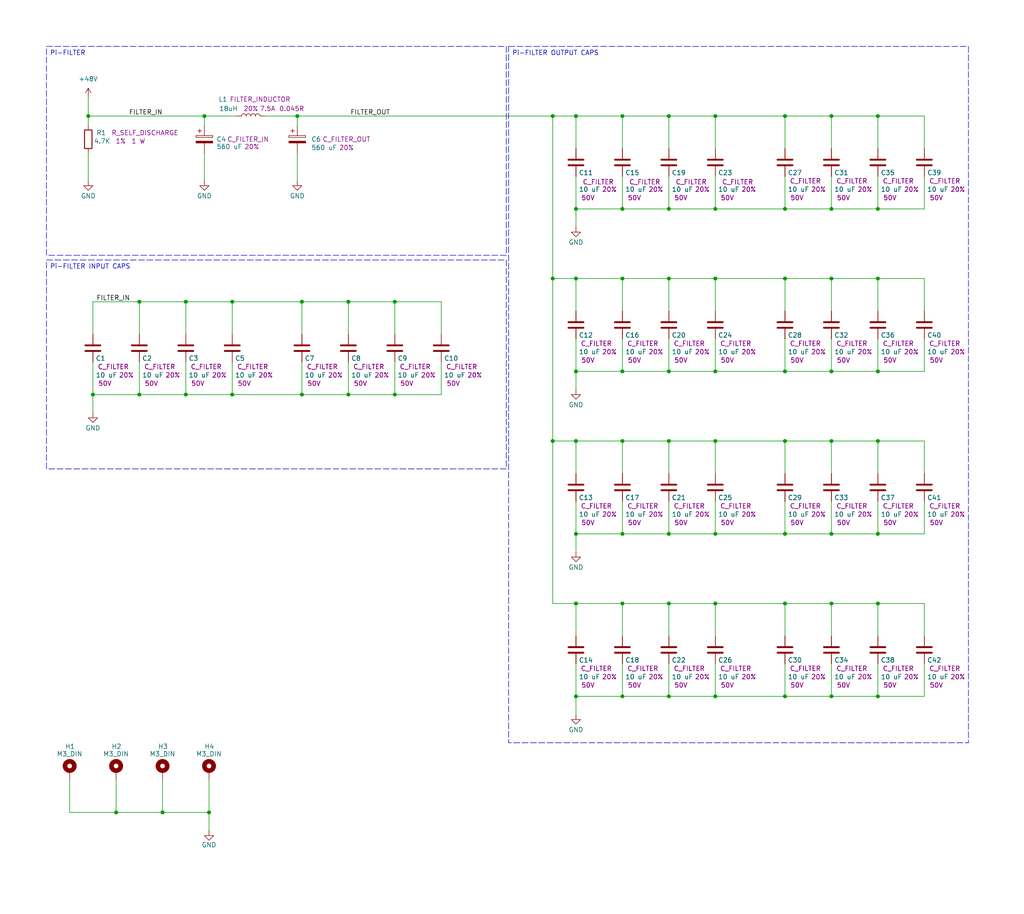
<source format=kicad_sch>
(kicad_sch (version 20250114) (generator "eeschema") (generator_version "9.0")
  (paper "User" 280 250)
  (title_block (title "dual-converter-pi-filter-module") (date "2025-05-21") (rev "F") (company "Rack Robotics, Inc.") (comment 1 "For High-Current Phase"))
  (text_box "Pi-FILTER INPUT CAPS" (at 12.7 71.12 0) (size 125.73 57.15) (margins 0.9525 0.9525 0.9525 0.9525) (stroke (width 0) (type dash)) (effects (font (size 1.27 1.27)) (justify left top)))
  (text_box "Pi-FILTER" (at 12.7 12.7 0) (size 125.73 57.15) (margins 0.9525 0.9525 0.9525 0.9525) (stroke (width 0) (type dash)) (effects (font (size 1.27 1.27)) (justify left top)))
  (text_box "Pi-FILTER OUTPUT CAPS" (at 139.065 12.7 0) (size 125.73 190.5) (margins 0.9525 0.9525 0.9525 0.9525) (stroke (width 0) (type dash)) (effects (font (size 1.27 1.27)) (justify left top)))
  (junction (at 63.5 82.55))
  (junction (at 195.58 120.65))
  (junction (at 82.55 82.55))
  (junction (at 195.58 76.2))
  (junction (at 157.48 165.1))
  (junction (at 227.33 146.05))
  (junction (at 227.33 165.1))
  (junction (at 240.03 146.05))
  (junction (at 240.03 101.6))
  (junction (at 95.25 82.55))
  (junction (at 182.88 165.1))
  (junction (at 170.18 165.1))
  (junction (at 81.28 31.75))
  (junction (at 182.88 190.5))
  (junction (at 214.63 165.1))
  (junction (at 44.45 222.25))
  (junction (at 195.58 57.15))
  (junction (at 157.48 57.15))
  (junction (at 170.18 120.65))
  (junction (at 227.33 120.65))
  (junction (at 214.63 146.05))
  (junction (at 240.03 57.15))
  (junction (at 227.33 101.6))
  (junction (at 182.88 57.15))
  (junction (at 195.58 31.75))
  (junction (at 24.13 31.75))
  (junction (at 195.58 101.6))
  (junction (at 107.95 82.55))
  (junction (at 157.48 101.6))
  (junction (at 170.18 146.05))
  (junction (at 50.8 107.95))
  (junction (at 107.95 107.95))
  (junction (at 240.03 76.2))
  (junction (at 151.13 31.75))
  (junction (at 31.75 222.25))
  (junction (at 151.13 76.2))
  (junction (at 157.48 76.2))
  (junction (at 95.25 107.95))
  (junction (at 38.1 107.95))
  (junction (at 25.4 107.95))
  (junction (at 227.33 31.75))
  (junction (at 214.63 190.5))
  (junction (at 227.33 190.5))
  (junction (at 63.5 107.95))
  (junction (at 195.58 146.05))
  (junction (at 182.88 120.65))
  (junction (at 214.63 31.75))
  (junction (at 82.55 107.95))
  (junction (at 157.48 120.65))
  (junction (at 195.58 165.1))
  (junction (at 50.8 82.55))
  (junction (at 151.13 120.65))
  (junction (at 157.48 190.5))
  (junction (at 214.63 101.6))
  (junction (at 157.48 31.75))
  (junction (at 240.03 165.1))
  (junction (at 214.63 120.65))
  (junction (at 182.88 101.6))
  (junction (at 227.33 76.2))
  (junction (at 240.03 190.5))
  (junction (at 170.18 57.15))
  (junction (at 240.03 120.65))
  (junction (at 57.15 222.25))
  (junction (at 170.18 190.5))
  (junction (at 214.63 57.15))
  (junction (at 214.63 76.2))
  (junction (at 157.48 146.05))
  (junction (at 170.18 76.2))
  (junction (at 195.58 190.5))
  (junction (at 227.33 57.15))
  (junction (at 240.03 31.75))
  (junction (at 170.18 101.6))
  (junction (at 55.88 31.75))
  (junction (at 170.18 31.75))
  (junction (at 182.88 146.05))
  (junction (at 38.1 82.55))
  (junction (at 182.88 76.2))
  (junction (at 182.88 31.75))
  (no_connect (at -7.62 121.92))
  (wire (pts (xy 252.73 31.75) (xy 252.73 40.64)))
  (wire (pts (xy 157.48 31.75) (xy 157.48 40.64)))
  (wire (pts (xy 240.03 101.6) (xy 252.73 101.6)))
  (wire (pts (xy 38.1 99.06) (xy 38.1 107.95)))
  (wire (pts (xy 63.5 82.55) (xy 82.55 82.55)))
  (wire (pts (xy 182.88 48.26) (xy 182.88 57.15)))
  (wire (pts (xy 182.88 31.75) (xy 195.58 31.75)))
  (wire (pts (xy 19.05 222.25) (xy 31.75 222.25)))
  (wire (pts (xy 50.8 82.55) (xy 63.5 82.55)))
  (wire (pts (xy 227.33 92.71) (xy 227.33 101.6)))
  (wire (pts (xy 107.95 82.55) (xy 120.65 82.55)))
  (wire (pts (xy 252.73 92.71) (xy 252.73 101.6)))
  (wire (pts (xy 170.18 165.1) (xy 182.88 165.1)))
  (wire (pts (xy 24.13 41.91) (xy 24.13 49.53)))
  (wire (pts (xy 81.28 41.91) (xy 81.28 49.53)))
  (wire (pts (xy 19.05 213.36) (xy 19.05 222.25)))
  (wire (pts (xy 182.88 146.05) (xy 195.58 146.05)))
  (wire (pts (xy 195.58 165.1) (xy 214.63 165.1)))
  (wire (pts (xy 182.88 57.15) (xy 195.58 57.15)))
  (wire (pts (xy 214.63 76.2) (xy 214.63 85.09)))
  (wire (pts (xy 170.18 120.65) (xy 182.88 120.65)))
  (wire (pts (xy 44.45 222.25) (xy 57.15 222.25)))
  (wire (pts (xy 214.63 48.26) (xy 214.63 57.15)))
  (wire (pts (xy 182.88 31.75) (xy 182.88 40.64)))
  (wire (pts (xy 195.58 57.15) (xy 214.63 57.15)))
  (wire (pts (xy 195.58 76.2) (xy 214.63 76.2)))
  (wire (pts (xy 252.73 48.26) (xy 252.73 57.15)))
  (wire (pts (xy 25.4 82.55) (xy 25.4 91.44)))
  (wire (pts (xy 107.95 82.55) (xy 107.95 91.44)))
  (wire (pts (xy 170.18 31.75) (xy 170.18 40.64)))
  (wire (pts (xy 214.63 101.6) (xy 227.33 101.6)))
  (wire (pts (xy 95.25 82.55) (xy 95.25 91.44)))
  (wire (pts (xy 195.58 120.65) (xy 214.63 120.65)))
  (wire (pts (xy 240.03 48.26) (xy 240.03 57.15)))
  (wire (pts (xy 170.18 48.26) (xy 170.18 57.15)))
  (wire (pts (xy 252.73 120.65) (xy 252.73 129.54)))
  (wire (pts (xy 157.48 31.75) (xy 170.18 31.75)))
  (wire (pts (xy 157.48 190.5) (xy 170.18 190.5)))
  (wire (pts (xy 25.4 82.55) (xy 38.1 82.55)))
  (wire (pts (xy 151.13 165.1) (xy 157.48 165.1)))
  (wire (pts (xy 227.33 101.6) (xy 240.03 101.6)))
  (wire (pts (xy 31.75 222.25) (xy 44.45 222.25)))
  (wire (pts (xy 157.48 48.26) (xy 157.48 57.15)))
  (wire (pts (xy 57.15 227.33) (xy 57.15 222.25)))
  (wire (pts (xy 227.33 76.2) (xy 227.33 85.09)))
  (wire (pts (xy 240.03 165.1) (xy 240.03 173.99)))
  (wire (pts (xy 227.33 137.16) (xy 227.33 146.05)))
  (wire (pts (xy 50.8 99.06) (xy 50.8 107.95)))
  (wire (pts (xy 157.48 120.65) (xy 157.48 129.54)))
  (wire (pts (xy 182.88 137.16) (xy 182.88 146.05)))
  (wire (pts (xy 170.18 57.15) (xy 182.88 57.15)))
  (wire (pts (xy 214.63 146.05) (xy 227.33 146.05)))
  (wire (pts (xy 195.58 101.6) (xy 214.63 101.6)))
  (wire (pts (xy 170.18 76.2) (xy 182.88 76.2)))
  (wire (pts (xy 55.88 34.29) (xy 55.88 31.75)))
  (wire (pts (xy 24.13 26.67) (xy 24.13 31.75)))
  (wire (pts (xy 227.33 31.75) (xy 240.03 31.75)))
  (wire (pts (xy 157.48 146.05) (xy 170.18 146.05)))
  (wire (pts (xy 170.18 165.1) (xy 170.18 173.99)))
  (wire (pts (xy 38.1 82.55) (xy 50.8 82.55)))
  (wire (pts (xy 227.33 76.2) (xy 240.03 76.2)))
  (wire (pts (xy 214.63 165.1) (xy 214.63 173.99)))
  (wire (pts (xy 240.03 165.1) (xy 252.73 165.1)))
  (wire (pts (xy 95.25 82.55) (xy 107.95 82.55)))
  (wire (pts (xy 157.48 120.65) (xy 170.18 120.65)))
  (wire (pts (xy 82.55 82.55) (xy 82.55 91.44)))
  (wire (pts (xy 214.63 120.65) (xy 227.33 120.65)))
  (wire (pts (xy 157.48 76.2) (xy 157.48 85.09)))
  (wire (pts (xy 227.33 120.65) (xy 227.33 129.54)))
  (wire (pts (xy 95.25 107.95) (xy 107.95 107.95)))
  (wire (pts (xy 151.13 120.65) (xy 157.48 120.65)))
  (wire (pts (xy 227.33 190.5) (xy 240.03 190.5)))
  (wire (pts (xy 63.5 107.95) (xy 82.55 107.95)))
  (wire (pts (xy 25.4 113.03) (xy 25.4 107.95)))
  (wire (pts (xy 170.18 146.05) (xy 182.88 146.05)))
  (wire (pts (xy 195.58 31.75) (xy 214.63 31.75)))
  (wire (pts (xy 120.65 82.55) (xy 120.65 91.44)))
  (wire (pts (xy 63.5 82.55) (xy 63.5 91.44)))
  (wire (pts (xy 170.18 76.2) (xy 170.18 85.09)))
  (wire (pts (xy 157.48 76.2) (xy 170.18 76.2)))
  (wire (pts (xy 24.13 31.75) (xy 55.88 31.75)))
  (wire (pts (xy 170.18 190.5) (xy 182.88 190.5)))
  (wire (pts (xy 227.33 146.05) (xy 240.03 146.05)))
  (wire (pts (xy 195.58 137.16) (xy 195.58 146.05)))
  (wire (pts (xy 170.18 31.75) (xy 182.88 31.75)))
  (wire (pts (xy 252.73 165.1) (xy 252.73 173.99)))
  (wire (pts (xy 182.88 120.65) (xy 195.58 120.65)))
  (wire (pts (xy 38.1 107.95) (xy 50.8 107.95)))
  (wire (pts (xy 157.48 106.68) (xy 157.48 101.6)))
  (wire (pts (xy 227.33 120.65) (xy 240.03 120.65)))
  (wire (pts (xy 240.03 120.65) (xy 240.03 129.54)))
  (wire (pts (xy 157.48 165.1) (xy 157.48 173.99)))
  (wire (pts (xy 120.65 99.06) (xy 120.65 107.95)))
  (wire (pts (xy 38.1 82.55) (xy 38.1 91.44)))
  (wire (pts (xy 82.55 107.95) (xy 95.25 107.95)))
  (wire (pts (xy 240.03 31.75) (xy 252.73 31.75)))
  (wire (pts (xy 151.13 31.75) (xy 151.13 76.2)))
  (wire (pts (xy 182.88 181.61) (xy 182.88 190.5)))
  (wire (pts (xy 95.25 82.55) (xy 82.55 82.55)))
  (wire (pts (xy 227.33 165.1) (xy 240.03 165.1)))
  (wire (pts (xy 55.88 31.75) (xy 64.77 31.75)))
  (wire (pts (xy 182.88 165.1) (xy 182.88 173.99)))
  (wire (pts (xy 182.88 120.65) (xy 182.88 129.54)))
  (wire (pts (xy 157.48 165.1) (xy 170.18 165.1)))
  (wire (pts (xy 240.03 92.71) (xy 240.03 101.6)))
  (wire (pts (xy 240.03 190.5) (xy 252.73 190.5)))
  (wire (pts (xy 227.33 31.75) (xy 227.33 40.64)))
  (wire (pts (xy 214.63 31.75) (xy 214.63 40.64)))
  (wire (pts (xy 151.13 76.2) (xy 157.48 76.2)))
  (wire (pts (xy 240.03 31.75) (xy 240.03 40.64)))
  (wire (pts (xy 25.4 107.95) (xy 38.1 107.95)))
  (wire (pts (xy 240.03 57.15) (xy 252.73 57.15)))
  (wire (pts (xy 195.58 190.5) (xy 214.63 190.5)))
  (wire (pts (xy 240.03 76.2) (xy 252.73 76.2)))
  (wire (pts (xy 195.58 76.2) (xy 195.58 85.09)))
  (wire (pts (xy 107.95 107.95) (xy 120.65 107.95)))
  (wire (pts (xy 195.58 92.71) (xy 195.58 101.6)))
  (wire (pts (xy 81.28 31.75) (xy 151.13 31.75)))
  (wire (pts (xy 195.58 120.65) (xy 195.58 129.54)))
  (wire (pts (xy 81.28 34.29) (xy 81.28 31.75)))
  (wire (pts (xy 214.63 57.15) (xy 227.33 57.15)))
  (wire (pts (xy 252.73 76.2) (xy 252.73 85.09)))
  (wire (pts (xy 151.13 76.2) (xy 151.13 120.65)))
  (wire (pts (xy 252.73 181.61) (xy 252.73 190.5)))
  (wire (pts (xy 214.63 120.65) (xy 214.63 129.54)))
  (wire (pts (xy 214.63 181.61) (xy 214.63 190.5)))
  (wire (pts (xy 240.03 120.65) (xy 252.73 120.65)))
  (wire (pts (xy 157.48 101.6) (xy 170.18 101.6)))
  (wire (pts (xy 157.48 195.58) (xy 157.48 190.5)))
  (wire (pts (xy 182.88 92.71) (xy 182.88 101.6)))
  (wire (pts (xy 195.58 48.26) (xy 195.58 57.15)))
  (wire (pts (xy 107.95 99.06) (xy 107.95 107.95)))
  (wire (pts (xy 240.03 76.2) (xy 240.03 85.09)))
  (wire (pts (xy 227.33 57.15) (xy 240.03 57.15)))
  (wire (pts (xy 182.88 190.5) (xy 195.58 190.5)))
  (wire (pts (xy 170.18 101.6) (xy 182.88 101.6)))
  (wire (pts (xy 182.88 76.2) (xy 182.88 85.09)))
  (wire (pts (xy 157.48 62.23) (xy 157.48 57.15)))
  (wire (pts (xy 214.63 31.75) (xy 227.33 31.75)))
  (wire (pts (xy 240.03 146.05) (xy 252.73 146.05)))
  (wire (pts (xy 57.15 213.36) (xy 57.15 222.25)))
  (wire (pts (xy 157.48 137.16) (xy 157.48 146.05)))
  (wire (pts (xy 151.13 31.75) (xy 157.48 31.75)))
  (wire (pts (xy 182.88 165.1) (xy 195.58 165.1)))
  (wire (pts (xy 157.48 151.13) (xy 157.48 146.05)))
  (wire (pts (xy 31.75 213.36) (xy 31.75 222.25)))
  (wire (pts (xy 227.33 165.1) (xy 227.33 173.99)))
  (wire (pts (xy 50.8 82.55) (xy 50.8 91.44)))
  (wire (pts (xy 44.45 213.36) (xy 44.45 222.25)))
  (wire (pts (xy 182.88 76.2) (xy 195.58 76.2)))
  (wire (pts (xy 195.58 146.05) (xy 214.63 146.05)))
  (wire (pts (xy 214.63 190.5) (xy 227.33 190.5)))
  (wire (pts (xy 151.13 120.65) (xy 151.13 165.1)))
  (wire (pts (xy 170.18 181.61) (xy 170.18 190.5)))
  (wire (pts (xy 170.18 120.65) (xy 170.18 129.54)))
  (wire (pts (xy 157.48 57.15) (xy 170.18 57.15)))
  (wire (pts (xy 170.18 137.16) (xy 170.18 146.05)))
  (wire (pts (xy 195.58 31.75) (xy 195.58 40.64)))
  (wire (pts (xy 182.88 101.6) (xy 195.58 101.6)))
  (wire (pts (xy 195.58 181.61) (xy 195.58 190.5)))
  (wire (pts (xy 214.63 165.1) (xy 227.33 165.1)))
  (wire (pts (xy 157.48 181.61) (xy 157.48 190.5)))
  (wire (pts (xy 170.18 92.71) (xy 170.18 101.6)))
  (wire (pts (xy 240.03 181.61) (xy 240.03 190.5)))
  (wire (pts (xy 227.33 48.26) (xy 227.33 57.15)))
  (wire (pts (xy 240.03 137.16) (xy 240.03 146.05)))
  (wire (pts (xy 72.39 31.75) (xy 81.28 31.75)))
  (wire (pts (xy 24.13 31.75) (xy 24.13 34.29)))
  (wire (pts (xy 55.88 41.91) (xy 55.88 49.53)))
  (wire (pts (xy 25.4 99.06) (xy 25.4 107.95)))
  (wire (pts (xy 95.25 99.06) (xy 95.25 107.95)))
  (wire (pts (xy 50.8 107.95) (xy 63.5 107.95)))
  (wire (pts (xy 214.63 92.71) (xy 214.63 101.6)))
  (wire (pts (xy 227.33 181.61) (xy 227.33 190.5)))
  (wire (pts (xy 82.55 99.06) (xy 82.55 107.95)))
  (wire (pts (xy 252.73 137.16) (xy 252.73 146.05)))
  (wire (pts (xy 157.48 92.71) (xy 157.48 101.6)))
  (wire (pts (xy 195.58 165.1) (xy 195.58 173.99)))
  (wire (pts (xy 63.5 99.06) (xy 63.5 107.95)))
  (wire (pts (xy 214.63 76.2) (xy 227.33 76.2)))
  (wire (pts (xy 214.63 137.16) (xy 214.63 146.05)))
  (label "FILTER_IN" (at 44.45 31.75 180))
  (label "FILTER_IN" (at 35.56 82.55 180))
  (label "FILTER_OUT" (at 106.68 31.75 180))
  (symbol (lib_id "Mechanical:MountingHole_Pad") (at 19.05 210.82 0) (unit 1) (exclude_from_sim yes) (in_bom no)
    (property "Reference" "H1" (at 17.78 204.216 0) (effects (justify left)))
    (property "Value" "M3_DIN" (at 15.494 206.248 0) (effects (justify left)))
    (property "Footprint" "MountingHole:MountingHole_3.2mm_M3_DIN965_Pad_TopBottom" (effects (hide yes)))
    (property "Datasheet" "NULL" (effects (hide yes)))
    (property "Description" "M3 Mounting hole with op & bottom pads exposed" (effects (hide yes)))
    (property "Manufacturer" "NULL" (effects (hide yes)))
    (property "Manufacturer#" "NULL" (effects (hide yes)))
    (property "Distributor" "NULL" (effects (hide yes)))
    (property "Distributor#" "NULL" (effects (hide yes)))
    (property "Role" "NULL" (effects (hide yes)))
  )
  (symbol (lib_id "Device:C") (at 227.33 177.8 0) (unit 1)
    (property "Reference" "C34" (at 228.092 180.594 0) (effects (justify left)))
    (property "Value" "10 uF" (at 228.092 185.166 0) (effects (justify left)))
    (property "Footprint" "Capacitor_SMD:C_1206_3216Metric" (effects (hide yes)))
    (property "Datasheet" "https://mm.digikey.com/Volume0/opasdata/d220001/medias/docus/6358/CL31A106MBHNNNE.pdf" (effects (hide yes)))
    (property "Description" "10 µF ±20% 50V Ceramic Capacitor X5R 1206 (3216 Metric)" (effects (hide yes)))
    (property "Manufacturer" "Samsung Electro-Mechanics" (effects (hide yes)))
    (property "Manufacturer#" "CL31A106MBHNNNE" (effects (hide yes)))
    (property "Distributor" "Digikey Electronics, Inc." (effects (hide yes)))
    (property "Distributor#" "1276-6736-1-ND" (effects (hide yes)))
    (property "Role" "C_FILTER" (at 232.918 182.88 0))
    (property "Tolerance" "20%" (at 236.474 185.166 0))
    (property "Max Voltage" "50V" (at 230.632 187.452 0))
    (property "LCSC Part #" "C96600" (effects (hide yes)))
  )
  (symbol (lib_id "Device:C") (at 252.73 44.45 0) (unit 1)
    (property "Reference" "C39" (at 253.492 47.244 0) (effects (justify left)))
    (property "Value" "10 uF" (at 253.492 51.816 0) (effects (justify left)))
    (property "Footprint" "Capacitor_SMD:C_1206_3216Metric" (effects (hide yes)))
    (property "Datasheet" "https://mm.digikey.com/Volume0/opasdata/d220001/medias/docus/6358/CL31A106MBHNNNE.pdf" (effects (hide yes)))
    (property "Description" "10 µF ±20% 50V Ceramic Capacitor X5R 1206 (3216 Metric)" (effects (hide yes)))
    (property "Manufacturer" "Samsung Electro-Mechanics" (effects (hide yes)))
    (property "Manufacturer#" "CL31A106MBHNNNE" (effects (hide yes)))
    (property "Distributor" "Digikey Electronics, Inc." (effects (hide yes)))
    (property "Distributor#" "1276-6736-1-ND" (effects (hide yes)))
    (property "Role" "C_FILTER" (at 258.318 49.53 0))
    (property "Tolerance" "20%" (at 261.874 51.816 0))
    (property "Max Voltage" "50V" (at 256.032 54.102 0))
    (property "LCSC Part #" "C96600" (effects (hide yes)))
  )
  (symbol (lib_id "Device:C_Polarized") (at 55.88 38.1 0) (unit 1)
    (property "Reference" "C4" (at 59.182 38.1 0) (effects (justify left)))
    (property "Value" "560 uF" (at 59.182 40.132 0) (effects (justify left)))
    (property "Footprint" "powercore-development:PHA225" (effects (hide yes)))
    (property "Datasheet" "https://search.kemet.com/component-documentation/download/datasheet/PHA225MLP3560QE4" (effects (hide yes)))
    (property "Description" "560 µF 63 V Aluminum - Polymer Capacitors Axial, Can 92mOhm 3000 Hrs @ 125°C" (effects (hide yes)))
    (property "Manufacturer" "KEMET" (effects (hide yes)))
    (property "Manufacturer#" "PHA225MLP3560QE4" (effects (hide yes)))
    (property "Distributor" "Digikey Electronics, Inc." (effects (hide yes)))
    (property "Distributor#" "399-PHA225MLP3560QE4-ND" (effects (hide yes)))
    (property "Role" "C_FILTER_IN" (at 67.818 38.1 0))
    (property "Tolerance" "20%" (at 68.834 40.132 0))
    (property "Lifetime" "30000H" (effects (hide yes)))
    (property "RMS Current" "40.9A" (effects (hide yes)))
    (property "LCSC Part #" "C3274794" (effects (hide yes)))
  )
  (symbol (lib_id "Device:C") (at 170.18 177.8 0) (unit 1)
    (property "Reference" "C18" (at 170.942 180.594 0) (effects (justify left)))
    (property "Value" "10 uF" (at 170.942 185.166 0) (effects (justify left)))
    (property "Footprint" "Capacitor_SMD:C_1206_3216Metric" (effects (hide yes)))
    (property "Datasheet" "https://mm.digikey.com/Volume0/opasdata/d220001/medias/docus/6358/CL31A106MBHNNNE.pdf" (effects (hide yes)))
    (property "Description" "10 µF ±20% 50V Ceramic Capacitor X5R 1206 (3216 Metric)" (effects (hide yes)))
    (property "Manufacturer" "Samsung Electro-Mechanics" (effects (hide yes)))
    (property "Manufacturer#" "CL31A106MBHNNNE" (effects (hide yes)))
    (property "Distributor" "Digikey Electronics, Inc." (effects (hide yes)))
    (property "Distributor#" "1276-6736-1-ND" (effects (hide yes)))
    (property "Role" "C_FILTER" (at 175.768 182.88 0))
    (property "Tolerance" "20%" (at 179.324 185.166 0))
    (property "Max Voltage" "50V" (at 173.482 187.452 0))
    (property "LCSC Part #" "C96600" (effects (hide yes)))
  )
  (symbol (lib_id "power:GND") (at 157.48 106.68 0) (unit 1)
    (property "Reference" "#PWR08" (effects (hide yes)))
    (property "Value" "GND" (at 157.48 110.744 0))
    (property "Description" "Power symbol creates a global label with name \"GND\" , ground" (effects (hide yes)))
  )
  (symbol (lib_id "Device:C") (at 157.48 88.9 0) (unit 1)
    (property "Reference" "C12" (at 158.242 91.694 0) (effects (justify left)))
    (property "Value" "10 uF" (at 158.242 96.266 0) (effects (justify left)))
    (property "Footprint" "Capacitor_SMD:C_1206_3216Metric" (effects (hide yes)))
    (property "Datasheet" "https://mm.digikey.com/Volume0/opasdata/d220001/medias/docus/6358/CL31A106MBHNNNE.pdf" (effects (hide yes)))
    (property "Description" "10 µF ±20% 50V Ceramic Capacitor X5R 1206 (3216 Metric)" (effects (hide yes)))
    (property "Manufacturer" "Samsung Electro-Mechanics" (effects (hide yes)))
    (property "Manufacturer#" "CL31A106MBHNNNE" (effects (hide yes)))
    (property "Distributor" "Digikey Electronics, Inc." (effects (hide yes)))
    (property "Distributor#" "1276-6736-1-ND" (effects (hide yes)))
    (property "Role" "C_FILTER" (at 163.068 93.98 0))
    (property "Tolerance" "20%" (at 166.624 96.266 0))
    (property "Max Voltage" "50V" (at 160.782 98.552 0))
    (property "LCSC Part #" "C96600" (effects (hide yes)))
  )
  (symbol (lib_id "Device:C") (at 107.95 95.25 0) (unit 1)
    (property "Reference" "C9" (at 108.712 98.044 0) (effects (justify left)))
    (property "Value" "10 uF" (at 108.712 102.616 0) (effects (justify left)))
    (property "Footprint" "Capacitor_SMD:C_1206_3216Metric" (effects (hide yes)))
    (property "Datasheet" "https://mm.digikey.com/Volume0/opasdata/d220001/medias/docus/6358/CL31A106MBHNNNE.pdf" (effects (hide yes)))
    (property "Description" "10 µF ±20% 50V Ceramic Capacitor X5R 1206 (3216 Metric)" (effects (hide yes)))
    (property "Manufacturer" "Samsung Electro-Mechanics" (effects (hide yes)))
    (property "Manufacturer#" "CL31A106MBHNNNE" (effects (hide yes)))
    (property "Distributor" "Digikey Electronics, Inc." (effects (hide yes)))
    (property "Distributor#" "1276-6736-1-ND" (effects (hide yes)))
    (property "Role" "C_FILTER" (at 113.538 100.33 0))
    (property "Tolerance" "20%" (at 117.094 102.616 0))
    (property "Max Voltage" "50V" (at 111.252 104.902 0))
    (property "LCSC Part #" "C96600" (effects (hide yes)))
  )
  (symbol (lib_id "Device:C") (at 227.33 133.35 0) (unit 1)
    (property "Reference" "C33" (at 228.092 136.144 0) (effects (justify left)))
    (property "Value" "10 uF" (at 228.092 140.716 0) (effects (justify left)))
    (property "Footprint" "Capacitor_SMD:C_1206_3216Metric" (effects (hide yes)))
    (property "Datasheet" "https://mm.digikey.com/Volume0/opasdata/d220001/medias/docus/6358/CL31A106MBHNNNE.pdf" (effects (hide yes)))
    (property "Description" "10 µF ±20% 50V Ceramic Capacitor X5R 1206 (3216 Metric)" (effects (hide yes)))
    (property "Manufacturer" "Samsung Electro-Mechanics" (effects (hide yes)))
    (property "Manufacturer#" "CL31A106MBHNNNE" (effects (hide yes)))
    (property "Distributor" "Digikey Electronics, Inc." (effects (hide yes)))
    (property "Distributor#" "1276-6736-1-ND" (effects (hide yes)))
    (property "Role" "C_FILTER" (at 232.918 138.43 0))
    (property "Tolerance" "20%" (at 236.474 140.716 0))
    (property "Max Voltage" "50V" (at 230.632 143.002 0))
    (property "LCSC Part #" "C96600" (effects (hide yes)))
  )
  (symbol (lib_id "power:GND") (at 25.4 113.03 0) (unit 1)
    (property "Reference" "#PWR03" (effects (hide yes)))
    (property "Value" "GND" (at 25.4 117.094 0))
    (property "Description" "Power symbol creates a global label with name \"GND\" , ground" (effects (hide yes)))
  )
  (symbol (lib_id "Device:C") (at 195.58 88.9 0) (unit 1)
    (property "Reference" "C24" (at 196.342 91.694 0) (effects (justify left)))
    (property "Value" "10 uF" (at 196.342 96.266 0) (effects (justify left)))
    (property "Footprint" "Capacitor_SMD:C_1206_3216Metric" (effects (hide yes)))
    (property "Datasheet" "https://mm.digikey.com/Volume0/opasdata/d220001/medias/docus/6358/CL31A106MBHNNNE.pdf" (effects (hide yes)))
    (property "Description" "10 µF ±20% 50V Ceramic Capacitor X5R 1206 (3216 Metric)" (effects (hide yes)))
    (property "Manufacturer" "Samsung Electro-Mechanics" (effects (hide yes)))
    (property "Manufacturer#" "CL31A106MBHNNNE" (effects (hide yes)))
    (property "Distributor" "Digikey Electronics, Inc." (effects (hide yes)))
    (property "Distributor#" "1276-6736-1-ND" (effects (hide yes)))
    (property "Role" "C_FILTER" (at 201.168 93.98 0))
    (property "Tolerance" "20%" (at 204.724 96.266 0))
    (property "Max Voltage" "50V" (at 198.882 98.552 0))
    (property "LCSC Part #" "C96600" (effects (hide yes)))
  )
  (symbol (lib_id "Device:C") (at 170.18 133.35 0) (unit 1)
    (property "Reference" "C17" (at 170.942 136.144 0) (effects (justify left)))
    (property "Value" "10 uF" (at 170.942 140.716 0) (effects (justify left)))
    (property "Footprint" "Capacitor_SMD:C_1206_3216Metric" (effects (hide yes)))
    (property "Datasheet" "https://mm.digikey.com/Volume0/opasdata/d220001/medias/docus/6358/CL31A106MBHNNNE.pdf" (effects (hide yes)))
    (property "Description" "10 µF ±20% 50V Ceramic Capacitor X5R 1206 (3216 Metric)" (effects (hide yes)))
    (property "Manufacturer" "Samsung Electro-Mechanics" (effects (hide yes)))
    (property "Manufacturer#" "CL31A106MBHNNNE" (effects (hide yes)))
    (property "Distributor" "Digikey Electronics, Inc." (effects (hide yes)))
    (property "Distributor#" "1276-6736-1-ND" (effects (hide yes)))
    (property "Role" "C_FILTER" (at 175.768 138.43 0))
    (property "Tolerance" "20%" (at 179.324 140.716 0))
    (property "Max Voltage" "50V" (at 173.482 143.002 0))
    (property "LCSC Part #" "C96600" (effects (hide yes)))
  )
  (symbol (lib_id "Mechanical:MountingHole_Pad") (at 44.45 210.82 0) (unit 1) (exclude_from_sim yes) (in_bom no)
    (property "Reference" "H3" (at 43.18 204.216 0) (effects (justify left)))
    (property "Value" "M3_DIN" (at 40.894 206.248 0) (effects (justify left)))
    (property "Footprint" "MountingHole:MountingHole_3.2mm_M3_DIN965_Pad_TopBottom" (effects (hide yes)))
    (property "Datasheet" "NULL" (effects (hide yes)))
    (property "Description" "M3 Mounting hole with op & bottom pads exposed" (effects (hide yes)))
    (property "Manufacturer" "NULL" (effects (hide yes)))
    (property "Manufacturer#" "NULL" (effects (hide yes)))
    (property "Distributor" "NULL" (effects (hide yes)))
    (property "Distributor#" "NULL" (effects (hide yes)))
    (property "Role" "NULL" (effects (hide yes)))
  )
  (symbol (lib_id "power:GND") (at 81.28 49.53 0) (unit 1)
    (property "Reference" "#PWR06" (effects (hide yes)))
    (property "Value" "GND" (at 81.28 53.594 0))
    (property "Description" "Power symbol creates a global label with name \"GND\" , ground" (effects (hide yes)))
  )
  (symbol (lib_id "Device:C") (at 214.63 177.8 0) (unit 1)
    (property "Reference" "C30" (at 215.392 180.594 0) (effects (justify left)))
    (property "Value" "10 uF" (at 215.392 185.166 0) (effects (justify left)))
    (property "Footprint" "Capacitor_SMD:C_1206_3216Metric" (effects (hide yes)))
    (property "Datasheet" "https://mm.digikey.com/Volume0/opasdata/d220001/medias/docus/6358/CL31A106MBHNNNE.pdf" (effects (hide yes)))
    (property "Description" "10 µF ±20% 50V Ceramic Capacitor X5R 1206 (3216 Metric)" (effects (hide yes)))
    (property "Manufacturer" "Samsung Electro-Mechanics" (effects (hide yes)))
    (property "Manufacturer#" "CL31A106MBHNNNE" (effects (hide yes)))
    (property "Distributor" "Digikey Electronics, Inc." (effects (hide yes)))
    (property "Distributor#" "1276-6736-1-ND" (effects (hide yes)))
    (property "Role" "C_FILTER" (at 220.218 182.88 0))
    (property "Tolerance" "20%" (at 223.774 185.166 0))
    (property "Max Voltage" "50V" (at 217.932 187.452 0))
    (property "LCSC Part #" "C96600" (effects (hide yes)))
  )
  (symbol (lib_id "Device:C") (at 25.4 95.25 0) (unit 1)
    (property "Reference" "C1" (at 26.162 98.044 0) (effects (justify left)))
    (property "Value" "10 uF" (at 26.162 102.616 0) (effects (justify left)))
    (property "Footprint" "Capacitor_SMD:C_1206_3216Metric" (effects (hide yes)))
    (property "Datasheet" "https://mm.digikey.com/Volume0/opasdata/d220001/medias/docus/6358/CL31A106MBHNNNE.pdf" (effects (hide yes)))
    (property "Description" "10 µF ±20% 50V Ceramic Capacitor X5R 1206 (3216 Metric)" (effects (hide yes)))
    (property "Manufacturer" "Samsung Electro-Mechanics" (effects (hide yes)))
    (property "Manufacturer#" "CL31A106MBHNNNE" (effects (hide yes)))
    (property "Distributor" "Digikey Electronics, Inc." (effects (hide yes)))
    (property "Distributor#" "1276-6736-1-ND" (effects (hide yes)))
    (property "Role" "C_FILTER" (at 30.988 100.33 0))
    (property "Tolerance" "20%" (at 34.544 102.616 0))
    (property "Max Voltage" "50V" (at 28.702 104.902 0))
    (property "LCSC Part #" "C96600" (effects (hide yes)))
  )
  (symbol (lib_id "Device:C") (at 182.88 44.45 0) (unit 1)
    (property "Reference" "C19" (at 183.642 47.244 0) (effects (justify left)))
    (property "Value" "10 uF" (at 183.642 51.816 0) (effects (justify left)))
    (property "Footprint" "Capacitor_SMD:C_1206_3216Metric" (effects (hide yes)))
    (property "Datasheet" "https://mm.digikey.com/Volume0/opasdata/d220001/medias/docus/6358/CL31A106MBHNNNE.pdf" (effects (hide yes)))
    (property "Description" "10 µF ±20% 50V Ceramic Capacitor X5R 1206 (3216 Metric)" (effects (hide yes)))
    (property "Manufacturer" "Samsung Electro-Mechanics" (effects (hide yes)))
    (property "Manufacturer#" "CL31A106MBHNNNE" (effects (hide yes)))
    (property "Distributor" "Digikey Electronics, Inc." (effects (hide yes)))
    (property "Distributor#" "1276-6736-1-ND" (effects (hide yes)))
    (property "Role" "C_FILTER" (at 188.976 49.784 0))
    (property "Tolerance" "20%" (at 192.024 51.816 0))
    (property "Max Voltage" "50V" (at 186.182 54.102 0))
    (property "LCSC Part #" "C96600" (effects (hide yes)))
  )
  (symbol (lib_id "Device:C") (at 182.88 133.35 0) (unit 1)
    (property "Reference" "C21" (at 183.642 136.144 0) (effects (justify left)))
    (property "Value" "10 uF" (at 183.642 140.716 0) (effects (justify left)))
    (property "Footprint" "Capacitor_SMD:C_1206_3216Metric" (effects (hide yes)))
    (property "Datasheet" "https://mm.digikey.com/Volume0/opasdata/d220001/medias/docus/6358/CL31A106MBHNNNE.pdf" (effects (hide yes)))
    (property "Description" "10 µF ±20% 50V Ceramic Capacitor X5R 1206 (3216 Metric)" (effects (hide yes)))
    (property "Manufacturer" "Samsung Electro-Mechanics" (effects (hide yes)))
    (property "Manufacturer#" "CL31A106MBHNNNE" (effects (hide yes)))
    (property "Distributor" "Digikey Electronics, Inc." (effects (hide yes)))
    (property "Distributor#" "1276-6736-1-ND" (effects (hide yes)))
    (property "Role" "C_FILTER" (at 188.468 138.43 0))
    (property "Tolerance" "20%" (at 192.024 140.716 0))
    (property "Max Voltage" "50V" (at 186.182 143.002 0))
    (property "LCSC Part #" "C96600" (effects (hide yes)))
  )
  (symbol (lib_id "Device:C") (at 240.03 133.35 0) (unit 1)
    (property "Reference" "C37" (at 240.792 136.144 0) (effects (justify left)))
    (property "Value" "10 uF" (at 240.792 140.716 0) (effects (justify left)))
    (property "Footprint" "Capacitor_SMD:C_1206_3216Metric" (effects (hide yes)))
    (property "Datasheet" "https://mm.digikey.com/Volume0/opasdata/d220001/medias/docus/6358/CL31A106MBHNNNE.pdf" (effects (hide yes)))
    (property "Description" "10 µF ±20% 50V Ceramic Capacitor X5R 1206 (3216 Metric)" (effects (hide yes)))
    (property "Manufacturer" "Samsung Electro-Mechanics" (effects (hide yes)))
    (property "Manufacturer#" "CL31A106MBHNNNE" (effects (hide yes)))
    (property "Distributor" "Digikey Electronics, Inc." (effects (hide yes)))
    (property "Distributor#" "1276-6736-1-ND" (effects (hide yes)))
    (property "Role" "C_FILTER" (at 245.618 138.43 0))
    (property "Tolerance" "20%" (at 249.174 140.716 0))
    (property "Max Voltage" "50V" (at 243.332 143.002 0))
    (property "LCSC Part #" "C96600" (effects (hide yes)))
  )
  (symbol (lib_id "Mechanical:MountingHole_Pad") (at 31.75 210.82 0) (unit 1) (exclude_from_sim yes) (in_bom no)
    (property "Reference" "H2" (at 30.48 204.216 0) (effects (justify left)))
    (property "Value" "M3_DIN" (at 28.194 206.248 0) (effects (justify left)))
    (property "Footprint" "MountingHole:MountingHole_3.2mm_M3_DIN965_Pad_TopBottom" (effects (hide yes)))
    (property "Datasheet" "NULL" (effects (hide yes)))
    (property "Description" "M3 Mounting hole with op & bottom pads exposed" (effects (hide yes)))
    (property "Manufacturer" "NULL" (effects (hide yes)))
    (property "Manufacturer#" "NULL" (effects (hide yes)))
    (property "Distributor" "NULL" (effects (hide yes)))
    (property "Distributor#" "NULL" (effects (hide yes)))
    (property "Role" "NULL" (effects (hide yes)))
  )
  (symbol (lib_id "Device:C") (at 227.33 44.45 0) (unit 1)
    (property "Reference" "C31" (at 228.092 47.244 0) (effects (justify left)))
    (property "Value" "10 uF" (at 228.092 51.816 0) (effects (justify left)))
    (property "Footprint" "Capacitor_SMD:C_1206_3216Metric" (effects (hide yes)))
    (property "Datasheet" "https://mm.digikey.com/Volume0/opasdata/d220001/medias/docus/6358/CL31A106MBHNNNE.pdf" (effects (hide yes)))
    (property "Description" "10 µF ±20% 50V Ceramic Capacitor X5R 1206 (3216 Metric)" (effects (hide yes)))
    (property "Manufacturer" "Samsung Electro-Mechanics" (effects (hide yes)))
    (property "Manufacturer#" "CL31A106MBHNNNE" (effects (hide yes)))
    (property "Distributor" "Digikey Electronics, Inc." (effects (hide yes)))
    (property "Distributor#" "1276-6736-1-ND" (effects (hide yes)))
    (property "Role" "C_FILTER" (at 232.918 49.53 0))
    (property "Tolerance" "20%" (at 236.474 51.816 0))
    (property "Max Voltage" "50V" (at 230.632 54.102 0))
    (property "LCSC Part #" "C96600" (effects (hide yes)))
  )
  (symbol (lib_id "power:GND") (at 157.48 195.58 0) (unit 1)
    (property "Reference" "#PWR010" (effects (hide yes)))
    (property "Value" "GND" (at 157.48 199.644 0))
    (property "Description" "Power symbol creates a global label with name \"GND\" , ground" (effects (hide yes)))
  )
  (symbol (lib_id "Device:C") (at 63.5 95.25 0) (unit 1)
    (property "Reference" "C5" (at 64.262 98.044 0) (effects (justify left)))
    (property "Value" "10 uF" (at 64.262 102.616 0) (effects (justify left)))
    (property "Footprint" "Capacitor_SMD:C_1206_3216Metric" (effects (hide yes)))
    (property "Datasheet" "https://mm.digikey.com/Volume0/opasdata/d220001/medias/docus/6358/CL31A106MBHNNNE.pdf" (effects (hide yes)))
    (property "Description" "10 µF ±20% 50V Ceramic Capacitor X5R 1206 (3216 Metric)" (effects (hide yes)))
    (property "Manufacturer" "Samsung Electro-Mechanics" (effects (hide yes)))
    (property "Manufacturer#" "CL31A106MBHNNNE" (effects (hide yes)))
    (property "Distributor" "Digikey Electronics, Inc." (effects (hide yes)))
    (property "Distributor#" "1276-6736-1-ND" (effects (hide yes)))
    (property "Role" "C_FILTER" (at 69.088 100.33 0))
    (property "Tolerance" "20%" (at 72.644 102.616 0))
    (property "Max Voltage" "50V" (at 66.802 104.902 0))
    (property "LCSC Part #" "C96600" (effects (hide yes)))
  )
  (symbol (lib_id "Device:C") (at 195.58 177.8 0) (unit 1)
    (property "Reference" "C26" (at 196.342 180.594 0) (effects (justify left)))
    (property "Value" "10 uF" (at 196.342 185.166 0) (effects (justify left)))
    (property "Footprint" "Capacitor_SMD:C_1206_3216Metric" (effects (hide yes)))
    (property "Datasheet" "https://mm.digikey.com/Volume0/opasdata/d220001/medias/docus/6358/CL31A106MBHNNNE.pdf" (effects (hide yes)))
    (property "Description" "10 µF ±20% 50V Ceramic Capacitor X5R 1206 (3216 Metric)" (effects (hide yes)))
    (property "Manufacturer" "Samsung Electro-Mechanics" (effects (hide yes)))
    (property "Manufacturer#" "CL31A106MBHNNNE" (effects (hide yes)))
    (property "Distributor" "Digikey Electronics, Inc." (effects (hide yes)))
    (property "Distributor#" "1276-6736-1-ND" (effects (hide yes)))
    (property "Role" "C_FILTER" (at 201.168 182.88 0))
    (property "Tolerance" "20%" (at 204.724 185.166 0))
    (property "Max Voltage" "50V" (at 198.882 187.452 0))
    (property "LCSC Part #" "C96600" (effects (hide yes)))
  )
  (symbol (lib_id "power:GND") (at 24.13 49.53 0) (unit 1)
    (property "Reference" "#PWR02" (effects (hide yes)))
    (property "Value" "GND" (at 24.13 53.594 0))
    (property "Description" "Power symbol creates a global label with name \"GND\" , ground" (effects (hide yes)))
  )
  (symbol (lib_id "Device:C") (at 195.58 44.45 0) (unit 1)
    (property "Reference" "C23" (at 196.342 47.244 0) (effects (justify left)))
    (property "Value" "10 uF" (at 196.342 51.816 0) (effects (justify left)))
    (property "Footprint" "Capacitor_SMD:C_1206_3216Metric" (effects (hide yes)))
    (property "Datasheet" "https://mm.digikey.com/Volume0/opasdata/d220001/medias/docus/6358/CL31A106MBHNNNE.pdf" (effects (hide yes)))
    (property "Description" "10 µF ±20% 50V Ceramic Capacitor X5R 1206 (3216 Metric)" (effects (hide yes)))
    (property "Manufacturer" "Samsung Electro-Mechanics" (effects (hide yes)))
    (property "Manufacturer#" "CL31A106MBHNNNE" (effects (hide yes)))
    (property "Distributor" "Digikey Electronics, Inc." (effects (hide yes)))
    (property "Distributor#" "1276-6736-1-ND" (effects (hide yes)))
    (property "Role" "C_FILTER" (at 201.676 49.784 0))
    (property "Tolerance" "20%" (at 204.724 51.816 0))
    (property "Max Voltage" "50V" (at 198.882 54.102 0))
    (property "LCSC Part #" "C96600" (effects (hide yes)))
  )
  (symbol (lib_id "Device:C") (at 214.63 133.35 0) (unit 1)
    (property "Reference" "C29" (at 215.392 136.144 0) (effects (justify left)))
    (property "Value" "10 uF" (at 215.392 140.716 0) (effects (justify left)))
    (property "Footprint" "Capacitor_SMD:C_1206_3216Metric" (effects (hide yes)))
    (property "Datasheet" "https://mm.digikey.com/Volume0/opasdata/d220001/medias/docus/6358/CL31A106MBHNNNE.pdf" (effects (hide yes)))
    (property "Description" "10 µF ±20% 50V Ceramic Capacitor X5R 1206 (3216 Metric)" (effects (hide yes)))
    (property "Manufacturer" "Samsung Electro-Mechanics" (effects (hide yes)))
    (property "Manufacturer#" "CL31A106MBHNNNE" (effects (hide yes)))
    (property "Distributor" "Digikey Electronics, Inc." (effects (hide yes)))
    (property "Distributor#" "1276-6736-1-ND" (effects (hide yes)))
    (property "Role" "C_FILTER" (at 220.218 138.43 0))
    (property "Tolerance" "20%" (at 223.774 140.716 0))
    (property "Max Voltage" "50V" (at 217.932 143.002 0))
    (property "LCSC Part #" "C96600" (effects (hide yes)))
  )
  (symbol (lib_id "Device:C") (at 170.18 88.9 0) (unit 1)
    (property "Reference" "C16" (at 170.942 91.694 0) (effects (justify left)))
    (property "Value" "10 uF" (at 170.942 96.266 0) (effects (justify left)))
    (property "Footprint" "Capacitor_SMD:C_1206_3216Metric" (effects (hide yes)))
    (property "Datasheet" "https://mm.digikey.com/Volume0/opasdata/d220001/medias/docus/6358/CL31A106MBHNNNE.pdf" (effects (hide yes)))
    (property "Description" "10 µF ±20% 50V Ceramic Capacitor X5R 1206 (3216 Metric)" (effects (hide yes)))
    (property "Manufacturer" "Samsung Electro-Mechanics" (effects (hide yes)))
    (property "Manufacturer#" "CL31A106MBHNNNE" (effects (hide yes)))
    (property "Distributor" "Digikey Electronics, Inc." (effects (hide yes)))
    (property "Distributor#" "1276-6736-1-ND" (effects (hide yes)))
    (property "Role" "C_FILTER" (at 175.768 93.98 0))
    (property "Tolerance" "20%" (at 179.324 96.266 0))
    (property "Max Voltage" "50V" (at 173.482 98.552 0))
    (property "LCSC Part #" "C96600" (effects (hide yes)))
  )
  (symbol (lib_id "Device:C") (at 82.55 95.25 0) (unit 1)
    (property "Reference" "C7" (at 83.312 98.044 0) (effects (justify left)))
    (property "Value" "10 uF" (at 83.312 102.616 0) (effects (justify left)))
    (property "Footprint" "Capacitor_SMD:C_1206_3216Metric" (effects (hide yes)))
    (property "Datasheet" "https://mm.digikey.com/Volume0/opasdata/d220001/medias/docus/6358/CL31A106MBHNNNE.pdf" (effects (hide yes)))
    (property "Description" "10 µF ±20% 50V Ceramic Capacitor X5R 1206 (3216 Metric)" (effects (hide yes)))
    (property "Manufacturer" "Samsung Electro-Mechanics" (effects (hide yes)))
    (property "Manufacturer#" "CL31A106MBHNNNE" (effects (hide yes)))
    (property "Distributor" "Digikey Electronics, Inc." (effects (hide yes)))
    (property "Distributor#" "1276-6736-1-ND" (effects (hide yes)))
    (property "Role" "C_FILTER" (at 88.138 100.33 0))
    (property "Tolerance" "20%" (at 91.694 102.616 0))
    (property "Max Voltage" "50V" (at 85.852 104.902 0))
    (property "LCSC Part #" "C96600" (effects (hide yes)))
  )
  (symbol (lib_id "Device:C") (at 182.88 177.8 0) (unit 1)
    (property "Reference" "C22" (at 183.642 180.594 0) (effects (justify left)))
    (property "Value" "10 uF" (at 183.642 185.166 0) (effects (justify left)))
    (property "Footprint" "Capacitor_SMD:C_1206_3216Metric" (effects (hide yes)))
    (property "Datasheet" "https://mm.digikey.com/Volume0/opasdata/d220001/medias/docus/6358/CL31A106MBHNNNE.pdf" (effects (hide yes)))
    (property "Description" "10 µF ±20% 50V Ceramic Capacitor X5R 1206 (3216 Metric)" (effects (hide yes)))
    (property "Manufacturer" "Samsung Electro-Mechanics" (effects (hide yes)))
    (property "Manufacturer#" "CL31A106MBHNNNE" (effects (hide yes)))
    (property "Distributor" "Digikey Electronics, Inc." (effects (hide yes)))
    (property "Distributor#" "1276-6736-1-ND" (effects (hide yes)))
    (property "Role" "C_FILTER" (at 188.468 182.88 0))
    (property "Tolerance" "20%" (at 192.024 185.166 0))
    (property "Max Voltage" "50V" (at 186.182 187.452 0))
    (property "LCSC Part #" "C96600" (effects (hide yes)))
  )
  (symbol (lib_id "power:+48V") (at 24.13 26.67 0) (unit 1)
    (property "Reference" "#PWR01" (effects (hide yes)))
    (property "Value" "+48V" (at 24.13 21.59 0))
    (property "Description" "Power symbol creates a global label with name \"+48V\"" (effects (hide yes)))
  )
  (symbol (lib_id "Mechanical:MountingHole_Pad") (at 57.15 210.82 0) (unit 1) (exclude_from_sim yes) (in_bom no)
    (property "Reference" "H4" (at 55.88 204.216 0) (effects (justify left)))
    (property "Value" "M3_DIN" (at 53.594 206.248 0) (effects (justify left)))
    (property "Footprint" "MountingHole:MountingHole_3.2mm_M3_DIN965_Pad_TopBottom" (effects (hide yes)))
    (property "Datasheet" "NULL" (effects (hide yes)))
    (property "Description" "M3 Mounting hole with op & bottom pads exposed" (effects (hide yes)))
    (property "Manufacturer" "NULL" (effects (hide yes)))
    (property "Manufacturer#" "NULL" (effects (hide yes)))
    (property "Distributor" "NULL" (effects (hide yes)))
    (property "Distributor#" "NULL" (effects (hide yes)))
    (property "Role" "NULL" (effects (hide yes)))
  )
  (symbol (lib_id "Device:C_Polarized") (at 81.28 38.1 0) (unit 1)
    (property "Reference" "C6" (at 85.09 38.1 0) (effects (justify left)))
    (property "Value" "560 uF" (at 85.09 40.386 0) (effects (justify left)))
    (property "Footprint" "powercore-development:PHA225" (effects (hide yes)))
    (property "Datasheet" "https://search.kemet.com/component-documentation/download/datasheet/PHA225MLP3560QE4" (effects (hide yes)))
    (property "Description" "560 µF 63 V Aluminum - Polymer Capacitors Axial, Can 92mOhm 3000 Hrs @ 125°C" (effects (hide yes)))
    (property "Manufacturer" "KEMET" (effects (hide yes)))
    (property "Manufacturer#" "PHA225MLP3560QE4" (effects (hide yes)))
    (property "Distributor" "Digikey Electronics, Inc." (effects (hide yes)))
    (property "Distributor#" "399-PHA225MLP3560QE4-ND" (effects (hide yes)))
    (property "Role" "C_FILTER_OUT" (at 94.742 38.1 0))
    (property "Tolerance" "20%" (at 94.742 40.386 0))
    (property "Lifetime" "30000" (effects (hide yes)))
    (property "RMS Current" "40.9" (effects (hide yes)))
    (property "LCSC Part #" "C3274794" (effects (hide yes)))
  )
  (symbol (lib_id "power:GND") (at 55.88 49.53 0) (unit 1)
    (property "Reference" "#PWR04" (effects (hide yes)))
    (property "Value" "GND" (at 55.88 53.594 0))
    (property "Description" "Power symbol creates a global label with name \"GND\" , ground" (effects (hide yes)))
  )
  (symbol (lib_id "power:GND") (at 57.15 227.33 0) (unit 1)
    (property "Reference" "#PWR05" (effects (hide yes)))
    (property "Value" "GND" (at 57.15 231.14 0))
    (property "Description" "Power symbol creates a global label with name \"GND\" , ground" (effects (hide yes)))
  )
  (symbol (lib_id "Device:C") (at 252.73 177.8 0) (unit 1)
    (property "Reference" "C42" (at 253.492 180.594 0) (effects (justify left)))
    (property "Value" "10 uF" (at 253.492 185.166 0) (effects (justify left)))
    (property "Footprint" "Capacitor_SMD:C_1206_3216Metric" (effects (hide yes)))
    (property "Datasheet" "https://mm.digikey.com/Volume0/opasdata/d220001/medias/docus/6358/CL31A106MBHNNNE.pdf" (effects (hide yes)))
    (property "Description" "10 µF ±20% 50V Ceramic Capacitor X5R 1206 (3216 Metric)" (effects (hide yes)))
    (property "Manufacturer" "Samsung Electro-Mechanics" (effects (hide yes)))
    (property "Manufacturer#" "CL31A106MBHNNNE" (effects (hide yes)))
    (property "Distributor" "Digikey Electronics, Inc." (effects (hide yes)))
    (property "Distributor#" "1276-6736-1-ND" (effects (hide yes)))
    (property "Role" "C_FILTER" (at 258.318 182.88 0))
    (property "Tolerance" "20%" (at 261.874 185.166 0))
    (property "Max Voltage" "50V" (at 256.032 187.452 0))
    (property "LCSC Part #" "C96600" (effects (hide yes)))
  )
  (symbol (lib_id "Device:C") (at 227.33 88.9 0) (unit 1)
    (property "Reference" "C32" (at 228.092 91.694 0) (effects (justify left)))
    (property "Value" "10 uF" (at 228.092 96.266 0) (effects (justify left)))
    (property "Footprint" "Capacitor_SMD:C_1206_3216Metric" (effects (hide yes)))
    (property "Datasheet" "https://mm.digikey.com/Volume0/opasdata/d220001/medias/docus/6358/CL31A106MBHNNNE.pdf" (effects (hide yes)))
    (property "Description" "10 µF ±20% 50V Ceramic Capacitor X5R 1206 (3216 Metric)" (effects (hide yes)))
    (property "Manufacturer" "Samsung Electro-Mechanics" (effects (hide yes)))
    (property "Manufacturer#" "CL31A106MBHNNNE" (effects (hide yes)))
    (property "Distributor" "Digikey Electronics, Inc." (effects (hide yes)))
    (property "Distributor#" "1276-6736-1-ND" (effects (hide yes)))
    (property "Role" "C_FILTER" (at 232.918 93.98 0))
    (property "Tolerance" "20%" (at 236.474 96.266 0))
    (property "Max Voltage" "50V" (at 230.632 98.552 0))
    (property "LCSC Part #" "C96600" (effects (hide yes)))
  )
  (symbol (lib_id "Device:C") (at 182.88 88.9 0) (unit 1)
    (property "Reference" "C20" (at 183.642 91.694 0) (effects (justify left)))
    (property "Value" "10 uF" (at 183.642 96.266 0) (effects (justify left)))
    (property "Footprint" "Capacitor_SMD:C_1206_3216Metric" (effects (hide yes)))
    (property "Datasheet" "https://mm.digikey.com/Volume0/opasdata/d220001/medias/docus/6358/CL31A106MBHNNNE.pdf" (effects (hide yes)))
    (property "Description" "10 µF ±20% 50V Ceramic Capacitor X5R 1206 (3216 Metric)" (effects (hide yes)))
    (property "Manufacturer" "Samsung Electro-Mechanics" (effects (hide yes)))
    (property "Manufacturer#" "CL31A106MBHNNNE" (effects (hide yes)))
    (property "Distributor" "Digikey Electronics, Inc." (effects (hide yes)))
    (property "Distributor#" "1276-6736-1-ND" (effects (hide yes)))
    (property "Role" "C_FILTER" (at 188.468 93.98 0))
    (property "Tolerance" "20%" (at 192.024 96.266 0))
    (property "Max Voltage" "50V" (at 186.182 98.552 0))
    (property "LCSC Part #" "C96600" (effects (hide yes)))
  )
  (symbol (lib_id "Device:C") (at 240.03 88.9 0) (unit 1)
    (property "Reference" "C36" (at 240.792 91.694 0) (effects (justify left)))
    (property "Value" "10 uF" (at 240.792 96.266 0) (effects (justify left)))
    (property "Footprint" "Capacitor_SMD:C_1206_3216Metric" (effects (hide yes)))
    (property "Datasheet" "https://mm.digikey.com/Volume0/opasdata/d220001/medias/docus/6358/CL31A106MBHNNNE.pdf" (effects (hide yes)))
    (property "Description" "10 µF ±20% 50V Ceramic Capacitor X5R 1206 (3216 Metric)" (effects (hide yes)))
    (property "Manufacturer" "Samsung Electro-Mechanics" (effects (hide yes)))
    (property "Manufacturer#" "CL31A106MBHNNNE" (effects (hide yes)))
    (property "Distributor" "Digikey Electronics, Inc." (effects (hide yes)))
    (property "Distributor#" "1276-6736-1-ND" (effects (hide yes)))
    (property "Role" "C_FILTER" (at 245.618 93.98 0))
    (property "Tolerance" "20%" (at 249.174 96.266 0))
    (property "Max Voltage" "50V" (at 243.332 98.552 0))
    (property "LCSC Part #" "C96600" (effects (hide yes)))
  )
  (symbol (lib_id "Device:R") (at 24.13 38.1 180) (unit 1)
    (property "Reference" "R1" (at 27.686 36.322 0))
    (property "Value" "4.7K" (at 27.94 38.608 0))
    (property "Footprint" "Resistor_SMD:R_2512_6332Metric" (effects (hide yes)))
    (property "Datasheet" "https://www.yageo.com/upload/media/product/products/datasheet/rchip/PYu-RC_Group_51_RoHS_L_12.pdf" (effects (hide yes)))
    (property "Description" "4.7 kOhms ±5% 1W Chip Resistor 2512 (6432 Metric) Moisture Resistant Thick Film" (effects (hide yes)))
    (property "Manufacturer" "YAGEO" (effects (hide yes)))
    (property "Manufacturer#" "RC2512JK-074K7L" (effects (hide yes)))
    (property "Distributor" "Digikey Electronics, Inc." (effects (hide yes)))
    (property "Distributor#" "YAG3405CT-ND" (effects (hide yes)))
    (property "Role" "R_SELF_DISCHARGE" (at 39.624 36.322 0))
    (property "Tolerance" "1%" (at 33.02 38.608 0))
    (property "Power" "1 W" (at 37.846 38.608 0))
    (property "LCSC Part #" "C878291" (effects (hide yes)))
  )
  (symbol (lib_id "Device:C") (at 38.1 95.25 0) (unit 1)
    (property "Reference" "C2" (at 38.862 98.044 0) (effects (justify left)))
    (property "Value" "10 uF" (at 38.862 102.616 0) (effects (justify left)))
    (property "Footprint" "Capacitor_SMD:C_1206_3216Metric" (effects (hide yes)))
    (property "Datasheet" "https://mm.digikey.com/Volume0/opasdata/d220001/medias/docus/6358/CL31A106MBHNNNE.pdf" (effects (hide yes)))
    (property "Description" "10 µF ±20% 50V Ceramic Capacitor X5R 1206 (3216 Metric)" (effects (hide yes)))
    (property "Manufacturer" "Samsung Electro-Mechanics" (effects (hide yes)))
    (property "Manufacturer#" "CL31A106MBHNNNE" (effects (hide yes)))
    (property "Distributor" "Digikey Electronics, Inc." (effects (hide yes)))
    (property "Distributor#" "1276-6736-1-ND" (effects (hide yes)))
    (property "Role" "C_FILTER" (at 43.688 100.33 0))
    (property "Tolerance" "20%" (at 47.244 102.616 0))
    (property "Max Voltage" "50V" (at 41.402 104.902 0))
    (property "LCSC Part #" "C96600" (effects (hide yes)))
  )
  (symbol (lib_id "Device:C") (at 95.25 95.25 0) (unit 1)
    (property "Reference" "C8" (at 96.012 98.044 0) (effects (justify left)))
    (property "Value" "10 uF" (at 96.012 102.616 0) (effects (justify left)))
    (property "Footprint" "Capacitor_SMD:C_1206_3216Metric" (effects (hide yes)))
    (property "Datasheet" "https://mm.digikey.com/Volume0/opasdata/d220001/medias/docus/6358/CL31A106MBHNNNE.pdf" (effects (hide yes)))
    (property "Description" "10 µF ±20% 50V Ceramic Capacitor X5R 1206 (3216 Metric)" (effects (hide yes)))
    (property "Manufacturer" "Samsung Electro-Mechanics" (effects (hide yes)))
    (property "Manufacturer#" "CL31A106MBHNNNE" (effects (hide yes)))
    (property "Distributor" "Digikey Electronics, Inc." (effects (hide yes)))
    (property "Distributor#" "1276-6736-1-ND" (effects (hide yes)))
    (property "Role" "C_FILTER" (at 100.838 100.33 0))
    (property "Tolerance" "20%" (at 104.394 102.616 0))
    (property "Max Voltage" "50V" (at 98.552 104.902 0))
    (property "LCSC Part #" "C96600" (effects (hide yes)))
  )
  (symbol (lib_id "Device:C") (at 195.58 133.35 0) (unit 1)
    (property "Reference" "C25" (at 196.342 136.144 0) (effects (justify left)))
    (property "Value" "10 uF" (at 196.342 140.716 0) (effects (justify left)))
    (property "Footprint" "Capacitor_SMD:C_1206_3216Metric" (effects (hide yes)))
    (property "Datasheet" "https://mm.digikey.com/Volume0/opasdata/d220001/medias/docus/6358/CL31A106MBHNNNE.pdf" (effects (hide yes)))
    (property "Description" "10 µF ±20% 50V Ceramic Capacitor X5R 1206 (3216 Metric)" (effects (hide yes)))
    (property "Manufacturer" "Samsung Electro-Mechanics" (effects (hide yes)))
    (property "Manufacturer#" "CL31A106MBHNNNE" (effects (hide yes)))
    (property "Distributor" "Digikey Electronics, Inc." (effects (hide yes)))
    (property "Distributor#" "1276-6736-1-ND" (effects (hide yes)))
    (property "Role" "C_FILTER" (at 201.168 138.43 0))
    (property "Tolerance" "20%" (at 204.724 140.716 0))
    (property "Max Voltage" "50V" (at 198.882 143.002 0))
    (property "LCSC Part #" "C96600" (effects (hide yes)))
  )
  (symbol (lib_id "Device:C") (at 214.63 44.45 0) (unit 1)
    (property "Reference" "C27" (at 215.392 47.244 0) (effects (justify left)))
    (property "Value" "10 uF" (at 215.392 51.816 0) (effects (justify left)))
    (property "Footprint" "Capacitor_SMD:C_1206_3216Metric" (effects (hide yes)))
    (property "Datasheet" "https://mm.digikey.com/Volume0/opasdata/d220001/medias/docus/6358/CL31A106MBHNNNE.pdf" (effects (hide yes)))
    (property "Description" "10 µF ±20% 50V Ceramic Capacitor X5R 1206 (3216 Metric)" (effects (hide yes)))
    (property "Manufacturer" "Samsung Electro-Mechanics" (effects (hide yes)))
    (property "Manufacturer#" "CL31A106MBHNNNE" (effects (hide yes)))
    (property "Distributor" "Digikey Electronics, Inc." (effects (hide yes)))
    (property "Distributor#" "1276-6736-1-ND" (effects (hide yes)))
    (property "Role" "C_FILTER" (at 220.218 49.53 0))
    (property "Tolerance" "20%" (at 223.774 51.816 0))
    (property "Max Voltage" "50V" (at 217.932 54.102 0))
    (property "LCSC Part #" "C96600" (effects (hide yes)))
  )
  (symbol (lib_id "Device:C") (at 157.48 133.35 0) (unit 1)
    (property "Reference" "C13" (at 158.242 136.144 0) (effects (justify left)))
    (property "Value" "10 uF" (at 158.242 140.716 0) (effects (justify left)))
    (property "Footprint" "Capacitor_SMD:C_1206_3216Metric" (effects (hide yes)))
    (property "Datasheet" "https://mm.digikey.com/Volume0/opasdata/d220001/medias/docus/6358/CL31A106MBHNNNE.pdf" (effects (hide yes)))
    (property "Description" "10 µF ±20% 50V Ceramic Capacitor X5R 1206 (3216 Metric)" (effects (hide yes)))
    (property "Manufacturer" "Samsung Electro-Mechanics" (effects (hide yes)))
    (property "Manufacturer#" "CL31A106MBHNNNE" (effects (hide yes)))
    (property "Distributor" "Digikey Electronics, Inc." (effects (hide yes)))
    (property "Distributor#" "1276-6736-1-ND" (effects (hide yes)))
    (property "Role" "C_FILTER" (at 163.068 138.43 0))
    (property "Tolerance" "20%" (at 166.624 140.716 0))
    (property "Max Voltage" "50V" (at 160.782 143.002 0))
    (property "LCSC Part #" "C96600" (effects (hide yes)))
  )
  (symbol (lib_id "Device:C") (at 240.03 177.8 0) (unit 1)
    (property "Reference" "C38" (at 240.792 180.594 0) (effects (justify left)))
    (property "Value" "10 uF" (at 240.792 185.166 0) (effects (justify left)))
    (property "Footprint" "Capacitor_SMD:C_1206_3216Metric" (effects (hide yes)))
    (property "Datasheet" "https://mm.digikey.com/Volume0/opasdata/d220001/medias/docus/6358/CL31A106MBHNNNE.pdf" (effects (hide yes)))
    (property "Description" "10 µF ±20% 50V Ceramic Capacitor X5R 1206 (3216 Metric)" (effects (hide yes)))
    (property "Manufacturer" "Samsung Electro-Mechanics" (effects (hide yes)))
    (property "Manufacturer#" "CL31A106MBHNNNE" (effects (hide yes)))
    (property "Distributor" "Digikey Electronics, Inc." (effects (hide yes)))
    (property "Distributor#" "1276-6736-1-ND" (effects (hide yes)))
    (property "Role" "C_FILTER" (at 245.618 182.88 0))
    (property "Tolerance" "20%" (at 249.174 185.166 0))
    (property "Max Voltage" "50V" (at 243.332 187.452 0))
    (property "LCSC Part #" "C96600" (effects (hide yes)))
  )
  (symbol (lib_id "Device:C") (at 170.18 44.45 0) (unit 1)
    (property "Reference" "C15" (at 170.942 47.244 0) (effects (justify left)))
    (property "Value" "10 uF" (at 170.942 51.816 0) (effects (justify left)))
    (property "Footprint" "Capacitor_SMD:C_1206_3216Metric" (effects (hide yes)))
    (property "Datasheet" "https://mm.digikey.com/Volume0/opasdata/d220001/medias/docus/6358/CL31A106MBHNNNE.pdf" (effects (hide yes)))
    (property "Description" "10 µF ±20% 50V Ceramic Capacitor X5R 1206 (3216 Metric)" (effects (hide yes)))
    (property "Manufacturer" "Samsung Electro-Mechanics" (effects (hide yes)))
    (property "Manufacturer#" "CL31A106MBHNNNE" (effects (hide yes)))
    (property "Distributor" "Digikey Electronics, Inc." (effects (hide yes)))
    (property "Distributor#" "1276-6736-1-ND" (effects (hide yes)))
    (property "Role" "C_FILTER" (at 176.276 49.784 0))
    (property "Tolerance" "20%" (at 179.324 51.816 0))
    (property "Max Voltage" "50V" (at 173.482 54.102 0))
    (property "LCSC Part #" "C96600" (effects (hide yes)))
  )
  (symbol (lib_id "Device:C") (at 157.48 177.8 0) (unit 1)
    (property "Reference" "C14" (at 158.242 180.594 0) (effects (justify left)))
    (property "Value" "10 uF" (at 158.242 185.166 0) (effects (justify left)))
    (property "Footprint" "Capacitor_SMD:C_1206_3216Metric" (effects (hide yes)))
    (property "Datasheet" "https://mm.digikey.com/Volume0/opasdata/d220001/medias/docus/6358/CL31A106MBHNNNE.pdf" (effects (hide yes)))
    (property "Description" "10 µF ±20% 50V Ceramic Capacitor X5R 1206 (3216 Metric)" (effects (hide yes)))
    (property "Manufacturer" "Samsung Electro-Mechanics" (effects (hide yes)))
    (property "Manufacturer#" "CL31A106MBHNNNE" (effects (hide yes)))
    (property "Distributor" "Digikey Electronics, Inc." (effects (hide yes)))
    (property "Distributor#" "1276-6736-1-ND" (effects (hide yes)))
    (property "Role" "C_FILTER" (at 163.068 182.88 0))
    (property "Tolerance" "20%" (at 166.624 185.166 0))
    (property "Max Voltage" "50V" (at 160.782 187.452 0))
    (property "LCSC Part #" "C96600" (effects (hide yes)))
  )
  (symbol (lib_id "Device:C") (at 120.65 95.25 0) (unit 1)
    (property "Reference" "C10" (at 121.412 98.044 0) (effects (justify left)))
    (property "Value" "10 uF" (at 121.412 102.616 0) (effects (justify left)))
    (property "Footprint" "Capacitor_SMD:C_1206_3216Metric" (effects (hide yes)))
    (property "Datasheet" "https://mm.digikey.com/Volume0/opasdata/d220001/medias/docus/6358/CL31A106MBHNNNE.pdf" (effects (hide yes)))
    (property "Description" "10 µF ±20% 50V Ceramic Capacitor X5R 1206 (3216 Metric)" (effects (hide yes)))
    (property "Manufacturer" "Samsung Electro-Mechanics" (effects (hide yes)))
    (property "Manufacturer#" "CL31A106MBHNNNE" (effects (hide yes)))
    (property "Distributor" "Digikey Electronics, Inc." (effects (hide yes)))
    (property "Distributor#" "1276-6736-1-ND" (effects (hide yes)))
    (property "Role" "C_FILTER" (at 126.238 100.33 0))
    (property "Tolerance" "20%" (at 129.794 102.616 0))
    (property "Max Voltage" "50V" (at 123.952 104.902 0))
    (property "LCSC Part #" "C96600" (effects (hide yes)))
  )
  (symbol (lib_id "Device:C") (at 252.73 133.35 0) (unit 1)
    (property "Reference" "C41" (at 253.492 136.144 0) (effects (justify left)))
    (property "Value" "10 uF" (at 253.492 140.716 0) (effects (justify left)))
    (property "Footprint" "Capacitor_SMD:C_1206_3216Metric" (effects (hide yes)))
    (property "Datasheet" "https://mm.digikey.com/Volume0/opasdata/d220001/medias/docus/6358/CL31A106MBHNNNE.pdf" (effects (hide yes)))
    (property "Description" "10 µF ±20% 50V Ceramic Capacitor X5R 1206 (3216 Metric)" (effects (hide yes)))
    (property "Manufacturer" "Samsung Electro-Mechanics" (effects (hide yes)))
    (property "Manufacturer#" "CL31A106MBHNNNE" (effects (hide yes)))
    (property "Distributor" "Digikey Electronics, Inc." (effects (hide yes)))
    (property "Distributor#" "1276-6736-1-ND" (effects (hide yes)))
    (property "Role" "C_FILTER" (at 258.318 138.43 0))
    (property "Tolerance" "20%" (at 261.874 140.716 0))
    (property "Max Voltage" "50V" (at 256.032 143.002 0))
    (property "LCSC Part #" "C96600" (effects (hide yes)))
  )
  (symbol (lib_id "Device:C") (at 240.03 44.45 0) (unit 1)
    (property "Reference" "C35" (at 240.792 47.244 0) (effects (justify left)))
    (property "Value" "10 uF" (at 240.792 51.816 0) (effects (justify left)))
    (property "Footprint" "Capacitor_SMD:C_1206_3216Metric" (effects (hide yes)))
    (property "Datasheet" "https://mm.digikey.com/Volume0/opasdata/d220001/medias/docus/6358/CL31A106MBHNNNE.pdf" (effects (hide yes)))
    (property "Description" "10 µF ±20% 50V Ceramic Capacitor X5R 1206 (3216 Metric)" (effects (hide yes)))
    (property "Manufacturer" "Samsung Electro-Mechanics" (effects (hide yes)))
    (property "Manufacturer#" "CL31A106MBHNNNE" (effects (hide yes)))
    (property "Distributor" "Digikey Electronics, Inc." (effects (hide yes)))
    (property "Distributor#" "1276-6736-1-ND" (effects (hide yes)))
    (property "Role" "C_FILTER" (at 245.618 49.53 0))
    (property "Tolerance" "20%" (at 249.174 51.816 0))
    (property "Max Voltage" "50V" (at 243.332 54.102 0))
    (property "LCSC Part #" "C96600" (effects (hide yes)))
  )
  (symbol (lib_id "Device:C") (at 50.8 95.25 0) (unit 1)
    (property "Reference" "C3" (at 51.562 98.044 0) (effects (justify left)))
    (property "Value" "10 uF" (at 51.562 102.616 0) (effects (justify left)))
    (property "Footprint" "Capacitor_SMD:C_1206_3216Metric" (effects (hide yes)))
    (property "Datasheet" "https://mm.digikey.com/Volume0/opasdata/d220001/medias/docus/6358/CL31A106MBHNNNE.pdf" (effects (hide yes)))
    (property "Description" "10 µF ±20% 50V Ceramic Capacitor X5R 1206 (3216 Metric)" (effects (hide yes)))
    (property "Manufacturer" "Samsung Electro-Mechanics" (effects (hide yes)))
    (property "Manufacturer#" "CL31A106MBHNNNE" (effects (hide yes)))
    (property "Distributor" "Digikey Electronics, Inc." (effects (hide yes)))
    (property "Distributor#" "1276-6736-1-ND" (effects (hide yes)))
    (property "Role" "C_FILTER" (at 56.388 100.33 0))
    (property "Tolerance" "20%" (at 59.944 102.616 0))
    (property "Max Voltage" "50V" (at 54.102 104.902 0))
    (property "LCSC Part #" "C96600" (effects (hide yes)))
  )
  (symbol (lib_id "Device:C") (at 157.48 44.45 0) (unit 1)
    (property "Reference" "C11" (at 158.242 47.244 0) (effects (justify left)))
    (property "Value" "10 uF" (at 158.242 51.816 0) (effects (justify left)))
    (property "Footprint" "Capacitor_SMD:C_1206_3216Metric" (effects (hide yes)))
    (property "Datasheet" "https://mm.digikey.com/Volume0/opasdata/d220001/medias/docus/6358/CL31A106MBHNNNE.pdf" (effects (hide yes)))
    (property "Description" "10 µF ±20% 50V Ceramic Capacitor X5R 1206 (3216 Metric)" (effects (hide yes)))
    (property "Manufacturer" "Samsung Electro-Mechanics" (effects (hide yes)))
    (property "Manufacturer#" "CL31A106MBHNNNE" (effects (hide yes)))
    (property "Distributor" "Digikey Electronics, Inc." (effects (hide yes)))
    (property "Distributor#" "1276-6736-1-ND" (effects (hide yes)))
    (property "Role" "C_FILTER" (at 163.576 49.784 0))
    (property "Tolerance" "20%" (at 166.624 51.816 0))
    (property "Max Voltage" "50V" (at 160.782 54.102 0))
    (property "LCSC Part #" "C96600" (effects (hide yes)))
  )
  (symbol (lib_id "Device:L") (at 68.58 31.75 90) (unit 1)
    (property "Reference" "L1" (at 60.96 27.178 90))
    (property "Value" "18uH" (at 62.484 29.718 90))
    (property "Footprint" "powercore-development:SRP1245A" (effects (hide yes)))
    (property "Datasheet" "https://www.bourns.com/docs/Product-Datasheets/SRP1245A.pdf" (effects (hide yes)))
    (property "Description" "18 µH Shielded Drum Core, Wirewound Inductor 7.5 A 45mOhm Max Nonstandard" (effects (hide yes)))
    (property "Manufacturer" "Bourns Inc." (effects (hide yes)))
    (property "Manufacturer#" "SRP1245A-180M" (effects (hide yes)))
    (property "Distributor" "Digikey Electronics, Inc." (effects (hide yes)))
    (property "Distributor#" "SRP1245A-180MCT-ND" (effects (hide yes)))
    (property "Role" "FILTER_INDUCTOR" (at 71.12 27.178 90))
    (property "Tolerance" "20%" (at 68.58 29.718 90))
    (property "DCR" "0.045R" (at 79.756 29.718 90))
    (property "Current Rating" "7.5A" (at 73.152 29.718 90))
    (property "Saturation" "11" (effects (hide yes)))
    (property "LCSC Part #" "C5926042" (effects (hide yes)))
  )
  (symbol (lib_id "power:GND") (at 157.48 62.23 0) (unit 1)
    (property "Reference" "#PWR07" (effects (hide yes)))
    (property "Value" "GND" (at 157.48 66.294 0))
    (property "Description" "Power symbol creates a global label with name \"GND\" , ground" (effects (hide yes)))
  )
  (symbol (lib_id "power:GND") (at 157.48 151.13 0) (unit 1)
    (property "Reference" "#PWR09" (effects (hide yes)))
    (property "Value" "GND" (at 157.48 155.194 0))
    (property "Description" "Power symbol creates a global label with name \"GND\" , ground" (effects (hide yes)))
  )
  (symbol (lib_id "Device:C") (at 252.73 88.9 0) (unit 1)
    (property "Reference" "C40" (at 253.492 91.694 0) (effects (justify left)))
    (property "Value" "10 uF" (at 253.492 96.266 0) (effects (justify left)))
    (property "Footprint" "Capacitor_SMD:C_1206_3216Metric" (effects (hide yes)))
    (property "Datasheet" "https://mm.digikey.com/Volume0/opasdata/d220001/medias/docus/6358/CL31A106MBHNNNE.pdf" (effects (hide yes)))
    (property "Description" "10 µF ±20% 50V Ceramic Capacitor X5R 1206 (3216 Metric)" (effects (hide yes)))
    (property "Manufacturer" "Samsung Electro-Mechanics" (effects (hide yes)))
    (property "Manufacturer#" "CL31A106MBHNNNE" (effects (hide yes)))
    (property "Distributor" "Digikey Electronics, Inc." (effects (hide yes)))
    (property "Distributor#" "1276-6736-1-ND" (effects (hide yes)))
    (property "Role" "C_FILTER" (at 258.318 93.98 0))
    (property "Tolerance" "20%" (at 261.874 96.266 0))
    (property "Max Voltage" "50V" (at 256.032 98.552 0))
    (property "LCSC Part #" "C96600" (effects (hide yes)))
  )
  (symbol (lib_id "Device:C") (at 214.63 88.9 0) (unit 1)
    (property "Reference" "C28" (at 215.392 91.694 0) (effects (justify left)))
    (property "Value" "10 uF" (at 215.392 96.266 0) (effects (justify left)))
    (property "Footprint" "Capacitor_SMD:C_1206_3216Metric" (effects (hide yes)))
    (property "Datasheet" "https://mm.digikey.com/Volume0/opasdata/d220001/medias/docus/6358/CL31A106MBHNNNE.pdf" (effects (hide yes)))
    (property "Description" "10 µF ±20% 50V Ceramic Capacitor X5R 1206 (3216 Metric)" (effects (hide yes)))
    (property "Manufacturer" "Samsung Electro-Mechanics" (effects (hide yes)))
    (property "Manufacturer#" "CL31A106MBHNNNE" (effects (hide yes)))
    (property "Distributor" "Digikey Electronics, Inc." (effects (hide yes)))
    (property "Distributor#" "1276-6736-1-ND" (effects (hide yes)))
    (property "Role" "C_FILTER" (at 220.218 93.98 0))
    (property "Tolerance" "20%" (at 223.774 96.266 0))
    (property "Max Voltage" "50V" (at 217.932 98.552 0))
    (property "LCSC Part #" "C96600" (effects (hide yes)))
  )
)
</source>
